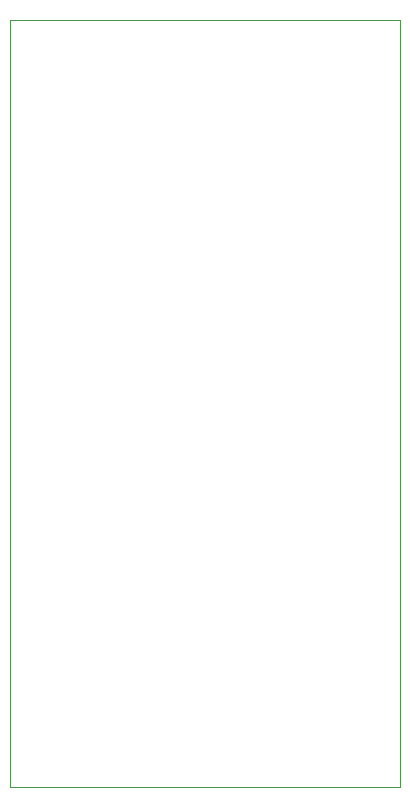
<source format=gbr>
%TF.GenerationSoftware,KiCad,Pcbnew,8.0.6*%
%TF.CreationDate,2024-10-22T22:58:12-04:00*%
%TF.ProjectId,Hackpad,4861636b-7061-4642-9e6b-696361645f70,rev?*%
%TF.SameCoordinates,Original*%
%TF.FileFunction,Profile,NP*%
%FSLAX46Y46*%
G04 Gerber Fmt 4.6, Leading zero omitted, Abs format (unit mm)*
G04 Created by KiCad (PCBNEW 8.0.6) date 2024-10-22 22:58:12*
%MOMM*%
%LPD*%
G01*
G04 APERTURE LIST*
%TA.AperFunction,Profile*%
%ADD10C,0.050000*%
%TD*%
G04 APERTURE END LIST*
D10*
X132500000Y-50500000D02*
X165500000Y-50500000D01*
X165500000Y-115500000D01*
X132500000Y-115500000D01*
X132500000Y-50500000D01*
M02*

</source>
